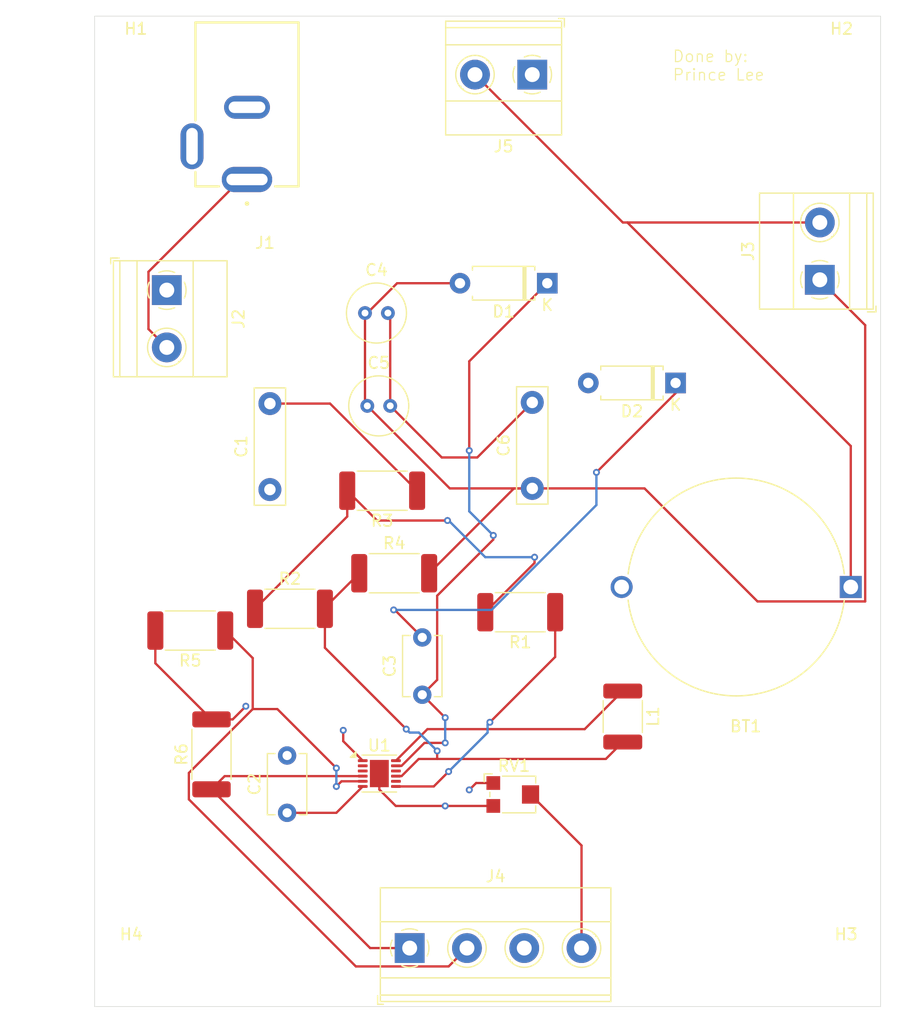
<source format=kicad_pcb>
(kicad_pcb (version 20240108) (generator "pcbnew") (generator_version "8.0")
  (title_block (title "Solar Power Regulator PCB") (date "2024-07-22") (company "Prince Lee Muhera"))
  (layers (0 "F.Cu" signal) (1 "In1.Cu" power "GnD") (2 "In2.Cu" power "PwR") (31 "B.Cu" signal) (34 "B.Paste" user) (35 "F.Paste" user) (36 "B.SilkS" user "B.Silkscreen") (37 "F.SilkS" user "F.Silkscreen") (38 "B.Mask" user) (39 "F.Mask" user) (44 "Edge.Cuts" user))
  (net 0 "")
  (net 1 "+9V")
  (net 2 "GND")
  (net 3 "+3.3V")
  (net 4 "Net-(U1-TIMER)")
  (net 5 "Net-(D1-K)")
  (net 6 "Net-(D2-K)")
  (net 7 "Net-(C4-Pad2)")
  (net 8 "Net-(D1-A)")
  (net 9 "+5V")
  (net 10 "FAULT")
  (net 11 "CHRG")
  (net 12 "SET")
  (net 13 "Net-(U1-SW)")
  (net 14 "Net-(U1-BAT)")
  (net 15 "Net-(R1-Pad2)")
  (net 16 "Net-(U1-V_{FB})")
  (footprint "MountingHole:MountingHole_2.5mm" (layer "F.Cu") (at 89.7 139.8)
    (property "Reference" "H4" (at 0 -3.5 0) (layer "F.SilkS"))
    (property "Value" "MountingHole")
    (pad "" np_thru_hole circle (at 0 0) (size 2.5 2.5) (drill 2.5) (layers "*.Cu" "*.Mask"))
  )
  (footprint "Barrel_Jack_DC:GCT_DCJ200-10-A-XX-K_REVA" (layer "F.Cu") (at 99.8 63.9 180)
    (property "Reference" "J1" (at -1.575 -12.075 360) (layer "F.SilkS"))
    (property "Value" "DCJ200-10-A-XX-K_REVA")
    (fp_line (start 4.5 7.15) (end 4.5 -1.4) (stroke (width 0.2)) (layer "F.SilkS"))
    (fp_line (start 4.5 -7.15) (end 4.5 -5.9) (stroke (width 0.2)) (layer "F.SilkS"))
    (fp_line (start 2.45 -7.15) (end 4.5 -7.15) (stroke (width 0.2)) (layer "F.SilkS"))
    (fp_line (start -2.45 -7.15) (end -4.5 -7.15) (stroke (width 0.2)) (layer "F.SilkS"))
    (fp_line (start -4.5 7.15) (end 4.5 7.15) (stroke (width 0.2)) (layer "F.SilkS"))
    (fp_line (start -4.5 7.15) (end -4.5 -7.15) (stroke (width 0.2)) (layer "F.SilkS"))
    (fp_circle (center 0 -8.65) (end 0.1 -8.65) (stroke (width 0.2)) (fill none) (layer "F.SilkS"))
    (pad "1" thru_hole oval (at 0 -6.55 180) (size 4.4 2.2) (drill oval 3.6 1) (layers "*.Cu" "*.Mask") (net 9 "+5V"))
    (pad "2" thru_hole oval (at 0 -0.25 180) (size 4 2) (drill oval 3.2 1) (layers "*.Cu" "*.Mask") (net 2 "GND"))
    (pad "3" thru_hole oval (at 4.8 -3.65 180) (size 2 4) (drill oval 1 3.2) (layers "*.Cu" "*.Mask") (net 2 "GND"))
  )
  (footprint "Capacitor_THT:C_Radial_D5.0mm_H7.0mm_P2.00mm" (layer "F.Cu") (at 110.1 82.1)
    (property "Reference" "C4" (at 1 -3.75 0) (layer "F.SilkS"))
    (property "Value" "10uF")
    (fp_circle (center 1 0) (end 3.62 0) (stroke (width 0.12)) (fill none) (layer "F.SilkS"))
    (pad "1" thru_hole circle (at 0 0) (size 1.2 1.2) (drill 0.6) (layers "*.Cu" "*.Mask") (net 8 "Net-(D1-A)"))
    (pad "2" thru_hole circle (at 2 0) (size 1.2 1.2) (drill 0.6) (layers "*.Cu" "*.Mask") (net 7 "Net-(C4-Pad2)"))
  )
  (footprint "Package_DFN_QFN:DFN-12-1EP_3x3mm_P0.45mm_EP1.65x2.38mm" (layer "F.Cu") (at 111.35 122.275)
    (property "Reference" "U1" (at 0 -2.45 0) (layer "F.SilkS"))
    (property "Value" "LT3652EDD")
    (fp_line (start -1.5 -1.61) (end 1.5 -1.61) (stroke (width 0.12)) (layer "F.SilkS"))
    (fp_line (start -1.5 1.61) (end 1.5 1.61) (stroke (width 0.12)) (layer "F.SilkS"))
    (fp_poly (pts (xy -2.05 -1.42) (xy -2.53 -1.42) (xy -2.05 -1.9) (xy -2.05 -1.42)) (stroke (width 0.12)) (fill solid) (layer "F.SilkS"))
    (pad "1" smd roundrect (at -1.45 -1.125) (size 0.85 0.25) (layers "F.Cu" "F.Paste" "F.Mask") (net 3 "+3.3V"))
    (pad "2" smd roundrect (at -1.45 -0.675) (size 0.85 0.25) (layers "F.Cu" "F.Paste" "F.Mask"))
    (pad "3" smd roundrect (at -1.45 -0.225) (size 0.85 0.25) (layers "F.Cu" "F.Paste" "F.Mask"))
    (pad "4" smd roundrect (at -1.45 0.225) (size 0.85 0.25) (layers "F.Cu" "F.Paste" "F.Mask") (net 11 "CHRG"))
    (pad "5" smd roundrect (at -1.45 0.675) (size 0.85 0.25) (layers "F.Cu" "F.Paste" "F.Mask") (net 10 "FAULT"))
    (pad "6" smd roundrect (at -1.45 1.125) (size 0.85 0.25) (layers "F.Cu" "F.Paste" "F.Mask") (net 4 "Net-(U1-TIMER)"))
    (pad "7" smd roundrect (at 1.45 1.125) (size 0.85 0.25) (layers "F.Cu" "F.Paste" "F.Mask") (net 16 "Net-(U1-V_{FB})"))
    (pad "8" smd roundrect (at 1.45 0.675) (size 0.85 0.25) (layers "F.Cu" "F.Paste" "F.Mask"))
    (pad "9" smd roundrect (at 1.45 0.225) (size 0.85 0.25) (layers "F.Cu" "F.Paste" "F.Mask") (net 14 "Net-(U1-BAT)"))
    (pad "10" smd roundrect (at 1.45 -0.225) (size 0.85 0.25) (layers "F.Cu" "F.Paste" "F.Mask"))
    (pad "11" smd roundrect (at 1.45 -0.675) (size 0.85 0.25) (layers "F.Cu" "F.Paste" "F.Mask") (net 5 "Net-(D1-K)"))
    (pad "12" smd roundrect (at 1.45 -1.125) (size 0.85 0.25) (layers "F.Cu" "F.Paste" "F.Mask") (net 13 "Net-(U1-SW)"))
    (pad "13" smd rect (at 0 0) (size 1.65 2.38) (property pad_prop_heatsink) (layers "F.Cu" "F.Mask") (net 2 "GND"))
  )
  (footprint "Inductor_SMD:L_1812_4532Metric_Pad1.30x3.40mm_HandSolder" (layer "F.Cu") (at 132.6 117.3 -90)
    (property "Reference" "L1" (at 0 -2.65 90) (layer "F.SilkS"))
    (property "Value" "68uH")
    (fp_line (start -1.386252 1.71) (end 1.386252 1.71) (stroke (width 0.12)) (layer "F.SilkS"))
    (fp_line (start -1.386252 -1.71) (end 1.386252 -1.71) (stroke (width 0.12)) (layer "F.SilkS"))
    (pad "1" smd roundrect (at -2.225 0 270) (size 1.3 3.4) (layers "F.Cu" "F.Paste" "F.Mask") (roundrect_rratio 0.192308) (net 13 "Net-(U1-SW)"))
    (pad "2" smd roundrect (at 2.225 0 270) (size 1.3 3.4) (layers "F.Cu" "F.Paste" "F.Mask") (roundrect_rratio 0.192308) (net 14 "Net-(U1-BAT)"))
  )
  (footprint "Resistor_SMD:R_2512_6332Metric_Pad1.40x3.35mm_HandSolder" (layer "F.Cu") (at 112.65 104.8)
    (property "Reference" "R4" (at 0 -2.62 0) (layer "F.SilkS"))
    (property "Value" "0.066")
    (fp_line (start -2.177064 -1.71) (end 2.177064 -1.71) (stroke (width 0.12)) (layer "F.SilkS"))
    (fp_line (start -2.177064 1.71) (end 2.177064 1.71) (stroke (width 0.12)) (layer "F.SilkS"))
    (pad "1" smd roundrect (at -3.05 0) (size 1.4 3.35) (layers "F.Cu" "F.Paste" "F.Mask") (roundrect_rratio 0.178571) (net 14 "Net-(U1-BAT)"))
    (pad "2" smd roundrect (at 3.05 0) (size 1.4 3.35) (layers "F.Cu" "F.Paste" "F.Mask") (roundrect_rratio 0.178571) (net 8 "Net-(D1-A)"))
  )
  (footprint "Resistor_SMD:R_2512_6332Metric_Pad1.40x3.35mm_HandSolder" (layer "F.Cu") (at 94.85 109.8 180)
    (property "Reference" "R5" (at 0 -2.62 360) (layer "F.SilkS"))
    (property "Value" "10k")
    (fp_line (start -2.177064 1.71) (end 2.177064 1.71) (stroke (width 0.12)) (layer "F.SilkS"))
    (fp_line (start -2.177064 -1.71) (end 2.177064 -1.71) (stroke (width 0.12)) (layer "F.SilkS"))
    (pad "1" smd roundrect (at -3.05 0 180) (size 1.4 3.35) (layers "F.Cu" "F.Paste" "F.Mask") (roundrect_rratio 0.178571) (net 10 "FAULT"))
    (pad "2" smd roundrect (at 3.05 0 180) (size 1.4 3.35) (layers "F.Cu" "F.Paste" "F.Mask") (roundrect_rratio 0.178571) (net 3 "+3.3V"))
  )
  (footprint "TerminalBlock_Phoenix:TerminalBlock_Phoenix_MKDS-1,5-4_1x04_P5.00mm_Horizontal" (layer "F.Cu") (at 114 137.5)
    (property "Reference" "J4" (at 7.5 -6.26 0) (layer "F.SilkS"))
    (property "Value" "Screw_Terminal_01x04")
    (fp_line (start -2.8 4.16) (end -2.8 4.9) (stroke (width 0.12)) (layer "F.SilkS"))
    (fp_line (start -2.8 4.9) (end -2.3 4.9) (stroke (width 0.12)) (layer "F.SilkS"))
    (fp_line (start -2.56 -5.261) (end -2.56 4.66) (stroke (width 0.12)) (layer "F.SilkS"))
    (fp_line (start -2.56 -5.261) (end 17.561 -5.261) (stroke (width 0.12)) (layer "F.SilkS"))
    (fp_line (start -2.56 -2.301) (end 17.561 -2.301) (stroke (width 0.12)) (layer "F.SilkS"))
    (fp_line (start -2.56 2.6) (end 17.561 2.6) (stroke (width 0.12)) (layer "F.SilkS"))
    (fp_line (start -2.56 4.1) (end 17.561 4.1) (stroke (width 0.12)) (layer "F.SilkS"))
    (fp_line (start -2.56 4.66) (end 17.561 4.66) (stroke (width 0.12)) (layer "F.SilkS"))
    (fp_line (start 3.773 1.023) (end 3.726 1.069) (stroke (width 0.12)) (layer "F.SilkS"))
    (fp_line (start 3.966 1.239) (end 3.931 1.274) (stroke (width 0.12)) (layer "F.SilkS"))
    (fp_line (start 6.07 -1.275) (end 6.035 -1.239) (stroke (width 0.12)) (layer "F.SilkS"))
    (fp_line (start 6.275 -1.069) (end 6.228 -1.023) (stroke (width 0.12)) (layer "F.SilkS"))
    (fp_line (start 8.773 1.023) (end 8.726 1.069) (stroke (width 0.12)) (layer "F.SilkS"))
    (fp_line (start 8.966 1.239) (end 8.931 1.274) (stroke (width 0.12)) (layer "F.SilkS"))
    (fp_line (start 11.07 -1.275) (end 11.035 -1.239) (stroke (width 0.12)) (layer "F.SilkS"))
    (fp_line (start 11.275 -1.069) (end 11.228 -1.023) (stroke (width 0.12)) (layer "F.SilkS"))
    (fp_line (start 13.773 1.023) (end 13.726 1.069) (stroke (width 0.12)) (layer "F.SilkS"))
    (fp_line (start 13.966 1.239) (end 13.931 1.274) (stroke (width 0.12)) (layer "F.SilkS"))
    (fp_line (start 16.07 -1.275) (end 16.035 -1.239) (stroke (width 0.12)) (layer "F.SilkS"))
    (fp_line (start 16.275 -1.069) (end 16.228 -1.023) (stroke (width 0.12)) (layer "F.SilkS"))
    (fp_line (start 17.561 -5.261) (end 17.561 4.66) (stroke (width 0.12)) (layer "F.SilkS"))
    (fp_arc (start -1.535427 0.683042) (mid -1.680501 -0.000524) (end -1.535 -0.684) (stroke (width 0.12)) (layer "F.SilkS"))
    (fp_arc (start -0.683042 -1.535427) (mid 0.000524 -1.680501) (end 0.684 -1.535) (stroke (width 0.12)) (layer "F.SilkS"))
    (fp_arc (start 0.028805 1.680253) (mid -0.335551 1.646659) (end -0.684 1.535) (stroke (width 0.12)) (layer "F.SilkS"))
    (fp_arc (start 0.683318 1.534756) (mid 0.349292 1.643288) (end 0 1.68) (stroke (width 0.12)) (layer "F.SilkS"))
    (fp_arc (start 1.535427 -0.683042) (mid 1.680501 0.000524) (end 1.535 0.684) (stroke (width 0.12)) (layer "F.SilkS"))
    (fp_circle (center 5 0) (end 6.68 0) (stroke (width 0.12)) (fill none) (layer "F.SilkS"))
    (fp_circle (center 10 0) (end 11.68 0) (stroke (width 0.12)) (fill none) (layer "F.SilkS"))
    (fp_circle (center 15 0) (end 16.68 0) (stroke (width 0.12)) (fill none) (layer "F.SilkS"))
    (pad "1" thru_hole rect (at 0 0) (size 2.6 2.6) (drill 1.3) (layers "*.Cu" "*.Mask") (net 11 "CHRG"))
    (pad "2" thru_hole circle (at 5 0) (size 2.6 2.6) (drill 1.3) (layers "*.Cu" "*.Mask") (net 10 "FAULT"))
    (pad "3" thru_hole circle (at 10 0) (size 2.6 2.6) (drill 1.3) (layers "*.Cu" "*.Mask") (net 2 "GND"))
    (pad "4" thru_hole circle (at 15 0) (size 2.6 2.6) (drill 1.3) (layers "*.Cu" "*.Mask") (net 12 "SET"))
  )
  (footprint "Capacitor_THT:C_Rect_L10.0mm_W2.5mm_P7.50mm_MKS4" (layer "F.Cu") (at 101.8 97.5 90)
    (property "Reference" "C1" (at 3.75 -2.5 90) (layer "F.SilkS"))
    (property "Value" "10uF")
    (fp_line (start 8.87 -1.37) (end 8.87 1.37) (stroke (width 0.12)) (layer "F.SilkS"))
    (fp_line (start -1.37 -1.37) (end 8.87 -1.37) (stroke (width 0.12)) (layer "F.SilkS"))
    (fp_line (start -1.37 -1.37) (end -1.37 1.37) (stroke (width 0.12)) (layer "F.SilkS"))
    (fp_line (start -1.37 1.37) (end 8.87 1.37) (stroke (width 0.12)) (layer "F.SilkS"))
    (pad "1" thru_hole circle (at 0 0 90) (size 2 2) (drill 1) (layers "*.Cu" "*.Mask") (net 3 "+3.3V"))
    (pad "2" thru_hole circle (at 7.5 0 90) (size 2 2) (drill 1) (layers "*.Cu" "*.Mask") (net 2 "GND"))
  )
  (footprint "Battery_Cell_Panasonic:CAPRD2000W100L650D1900" (layer "F.Cu") (at 142.5 106 180)
    (property "Reference" "BT1" (at -0.82592 -12.1484 0) (layer "F.SilkS") (effects (font (size 1.001102 1.001102))))
    (property "Value" "EECRG0V105H")
    (fp_arc (start 9.432 1.15) (mid 6.297766 7.111733) (end 0 9.5) (stroke (width 0.127)) (layer "F.SilkS"))
    (fp_arc (start 0 9.5) (mid -6.297766 7.111733) (end -9.432 1.15) (stroke (width 0.127)) (layer "F.SilkS"))
    (fp_arc (start 0 -9.5) (mid 6.297766 -7.111733) (end 9.432 -1.15) (stroke (width 0.127)) (layer "F.SilkS"))
    (fp_arc (start -9.432 -1.15) (mid -6.297766 -7.111733) (end 0 -9.5) (stroke (width 0.127)) (layer "F.SilkS"))
    (pad "1" thru_hole rect (at -10 0 180) (size 1.92 1.92) (drill 1.28) (layers "*.Cu" "*.Mask") (net 1 "+9V"))
    (pad "2" thru_hole circle (at 10 0 180) (size 1.92 1.92) (drill 1.28) (layers "*.Cu" "*.Mask") (net 2 "GND"))
  )
  (footprint "Capacitor_THT:C_Rect_L10.0mm_W2.5mm_P7.50mm_MKS4" (layer "F.Cu") (at 124.7 97.4 90)
    (property "Reference" "C6" (at 3.75 -2.5 90) (layer "F.SilkS"))
    (property "Value" "47uF")
    (fp_line (start 8.87 -1.37) (end 8.87 1.37) (stroke (width 0.12)) (layer "F.SilkS"))
    (fp_line (start -1.37 -1.37) (end 8.87 -1.37) (stroke (width 0.12)) (layer "F.SilkS"))
    (fp_line (start -1.37 -1.37) (end -1.37 1.37) (stroke (width 0.12)) (layer "F.SilkS"))
    (fp_line (start -1.37 1.37) (end 8.87 1.37) (stroke (width 0.12)) (layer "F.SilkS"))
    (pad "1" thru_hole circle (at 0 0 90) (size 2 2) (drill 1) (layers "*.Cu" "*.Mask") (net 8 "Net-(D1-A)"))
    (pad "2" thru_hole circle (at 7.5 0 90) (size 2 2) (drill 1) (layers "*.Cu" "*.Mask") (net 7 "Net-(C4-Pad2)"))
  )
  (footprint "MountingHole:MountingHole_2.5mm" (layer "F.Cu") (at 151.7 60.8)
    (property "Reference" "H2" (at 0 -3.5 0) (layer "F.SilkS"))
    (property "Value" "MountingHole")
    (pad "" np_thru_hole circle (at 0 0) (size 2.5 2.5) (drill 2.5) (layers "*.Cu" "*.Mask"))
  )
  (footprint "Diode_THT:D_A-405_P7.62mm_Horizontal" (layer "F.Cu") (at 137.21 88.2 180)
    (property "Reference" "D2" (at 3.81 -2.47 360) (layer "F.SilkS"))
    (property "Value" "Diode")
    (fp_line (start 6.53 1.47) (end 6.53 1.14) (stroke (width 0.12)) (layer "F.SilkS"))
    (fp_line (start 6.53 -1.47) (end 6.53 -1.14) (stroke (width 0.12)) (layer "F.SilkS"))
    (fp_line (start 2.11 -1.47) (end 2.11 1.47) (stroke (width 0.12)) (layer "F.SilkS"))
    (fp_line (start 1.99 -1.47) (end 1.99 1.47) (stroke (width 0.12)) (layer "F.SilkS"))
    (fp_line (start 1.87 -1.47) (end 1.87 1.47) (stroke (width 0.12)) (layer "F.SilkS"))
    (fp_line (start 1.09 1.47) (end 6.53 1.47) (stroke (width 0.12)) (layer "F.SilkS"))
    (fp_line (start 1.09 1.14) (end 1.09 1.47) (stroke (width 0.12)) (layer "F.SilkS"))
    (fp_line (start 1.09 -1.14) (end 1.09 -1.47) (stroke (width 0.12)) (layer "F.SilkS"))
    (fp_line (start 1.09 -1.47) (end 6.53 -1.47) (stroke (width 0.12)) (layer "F.SilkS"))
    (fp_text user "K" (at 0 -1.9 360) (layer "F.SilkS"))
    (pad "1" thru_hole rect (at 0 0 180) (size 1.8 1.8) (drill 0.9) (layers "*.Cu" "*.Mask") (net 6 "Net-(D2-K)"))
    (pad "2" thru_hole oval (at 7.62 0 180) (size 1.8 1.8) (drill 0.9) (layers "*.Cu" "*.Mask") (net 2 "GND"))
  )
  (footprint "Resistor_SMD:R_2512_6332Metric_Pad1.40x3.35mm_HandSolder" (layer "F.Cu") (at 111.6 97.6 180)
    (property "Reference" "R3" (at 0 -2.62 360) (layer "F.SilkS"))
    (property "Value" "220k")
    (fp_line (start -2.177064 1.71) (end 2.177064 1.71) (stroke (width 0.12)) (layer "F.SilkS"))
    (fp_line (start -2.177064 -1.71) (end 2.177064 -1.71) (stroke (width 0.12)) (layer "F.SilkS"))
    (pad "1" smd roundrect (at -3.05 0 180) (size 1.4 3.35) (layers "F.Cu" "F.Paste" "F.Mask") (roundrect_rratio 0.178571) (net 2 "GND"))
    (pad "2" smd roundrect (at 3.05 0 180) (size 1.4 3.35) (layers "F.Cu" "F.Paste" "F.Mask") (roundrect_rratio 0.178571) (net 15 "Net-(R1-Pad2)"))
  )
  (footprint "TerminalBlock_Phoenix:TerminalBlock_Phoenix_MKDS-1,5-2_1x02_P5.00mm_Horizontal" (layer "F.Cu") (at 124.7 61.3 180)
    (property "Reference" "J5" (at 2.5 -6.26 360) (layer "F.SilkS"))
    (property "Value" "Screw_Terminal_01x02")
    (fp_line (start 7.56 -5.261) (end 7.56 4.66) (stroke (width 0.12)) (layer "F.SilkS"))
    (fp_line (start 6.275 -1.069) (end 6.228 -1.023) (stroke (width 0.12)) (layer "F.SilkS"))
    (fp_line (start 6.07 -1.275) (end 6.035 -1.239) (stroke (width 0.12)) (layer "F.SilkS"))
    (fp_line (start 3.966 1.239) (end 3.931 1.274) (stroke (width 0.12)) (layer "F.SilkS"))
    (fp_line (start 3.773 1.023) (end 3.726 1.069) (stroke (width 0.12)) (layer "F.SilkS"))
    (fp_line (start -2.56 4.66) (end 7.56 4.66) (stroke (width 0.12)) (layer "F.SilkS"))
    (fp_line (start -2.56 4.1) (end 7.56 4.1) (stroke (width 0.12)) (layer "F.SilkS"))
    (fp_line (start -2.56 2.6) (end 7.56 2.6) (stroke (width 0.12)) (layer "F.SilkS"))
    (fp_line (start -2.56 -2.301) (end 7.56 -2.301) (stroke (width 0.12)) (layer "F.SilkS"))
    (fp_line (start -2.56 -5.261) (end 7.56 -5.261) (stroke (width 0.12)) (layer "F.SilkS"))
    (fp_line (start -2.56 -5.261) (end -2.56 4.66) (stroke (width 0.12)) (layer "F.SilkS"))
    (fp_line (start -2.8 4.9) (end -2.3 4.9) (stroke (width 0.12)) (layer "F.SilkS"))
    (fp_line (start -2.8 4.16) (end -2.8 4.9) (stroke (width 0.12)) (layer "F.SilkS"))
    (fp_arc (start 1.535427 -0.683042) (mid 1.680501 0.000524) (end 1.535 0.684) (stroke (width 0.12)) (layer "F.SilkS"))
    (fp_arc (start 0.683318 1.534756) (mid 0.349292 1.643288) (end 0 1.68) (stroke (width 0.12)) (layer "F.SilkS"))
    (fp_arc (start 0.028805 1.680253) (mid -0.335551 1.646659) (end -0.684 1.535) (stroke (width 0.12)) (layer "F.SilkS"))
    (fp_arc (start -0.683042 -1.535427) (mid 0.000524 -1.680501) (end 0.684 -1.535) (stroke (width 0.12)) (layer "F.SilkS"))
    (fp_arc (start -1.535427 0.683042) (mid -1.680501 -0.000524) (end -1.535 -0.684) (stroke (width 0.12)) (layer "F.SilkS"))
    (fp_circle (center 5 0) (end 6.68 0) (stroke (width 0.12)) (fill none) (layer "F.SilkS"))
    (pad "1" thru_hole rect (at 0 0 180) (size 2.6 2.6) (drill 1.3) (layers "*.Cu" "*.Mask") (net 2 "GND"))
    (pad "2" thru_hole circle (at 5 0 180) (size 2.6 2.6) (drill 1.3) (layers "*.Cu" "*.Mask") (net 1 "+9V"))
  )
  (footprint "Resistor_SMD:R_2512_6332Metric_Pad1.40x3.35mm_HandSolder" (layer "F.Cu") (at 123.65 108.2 180)
    (property "Reference" "R1" (at 0 -2.62 180) (layer "F.SilkS"))
    (property "Value" "220k")
    (fp_line (start -2.177064 1.71) (end 2.177064 1.71) (stroke (width 0.12)) (layer "F.SilkS"))
    (fp_line (start -2.177064 -1.71) (end 2.177064 -1.71) (stroke (width 0.12)) (layer "F.SilkS"))
    (pad "1" smd roundrect (at -3.05 0 180) (size 1.4 3.35) (layers "F.Cu" "F.Paste" "F.Mask") (roundrect_rratio 0.178571) (net 16 "Net-(U1-V_{FB})"))
    (pad "2" smd roundrect (at 3.05 0 180) (size 1.4 3.35) (layers "F.Cu" "F.Paste" "F.Mask") (roundrect_rratio 0.178571) (net 15 "Net-(R1-Pad2)"))
  )
  (footprint "Resistor_SMD:R_2512_6332Metric_Pad1.40x3.35mm_HandSolder" (layer "F.Cu") (at 96.7 120.6 90)
    (property "Reference" "R6" (at 0 -2.62 90) (layer "F.SilkS"))
    (property "Value" "10k")
    (fp_line (start -2.177064 -1.71) (end 2.177064 -1.71) (stroke (width 0.12)) (layer "F.SilkS"))
    (fp_line (start -2.177064 1.71) (end 2.177064 1.71) (stroke (width 0.12)) (layer "F.SilkS"))
    (pad "1" smd roundrect (at -3.05 0 90) (size 1.4 3.35) (layers "F.Cu" "F.Paste" "F.Mask") (roundrect_rratio 0.178571) (net 11 "CHRG"))
    (pad "2" smd roundrect (at 3.05 0 90) (size 1.4 3.35) (layers "F.Cu" "F.Paste" "F.Mask") (roundrect_rratio 0.178571) (net 3 "+3.3V"))
  )
  (footprint "TerminalBlock_Phoenix:TerminalBlock_Phoenix_MKDS-1,5-2_1x02_P5.00mm_Horizontal" (layer "F.Cu") (at 149.8 79.2 90)
    (property "Reference" "J3" (at 2.5 -6.26 90) (layer "F.SilkS"))
    (property "Value" "Screw_Terminal_01x02")
    (fp_line (start 7.56 -5.261) (end 7.56 4.66) (stroke (width 0.12)) (layer "F.SilkS"))
    (fp_line (start -2.56 -5.261) (end 7.56 -5.261) (stroke (width 0.12)) (layer "F.SilkS"))
    (fp_line (start -2.56 -5.261) (end -2.56 4.66) (stroke (width 0.12)) (layer "F.SilkS"))
    (fp_line (start -2.56 -2.301) (end 7.56 -2.301) (stroke (width 0.12)) (layer "F.SilkS"))
    (fp_line (start 6.07 -1.275) (end 6.035 -1.239) (stroke (width 0.12)) (layer "F.SilkS"))
    (fp_line (start 6.275 -1.069) (end 6.228 -1.023) (stroke (width 0.12)) (layer "F.SilkS"))
    (fp_line (start 3.773 1.023) (end 3.726 1.069) (stroke (width 0.12)) (layer "F.SilkS"))
    (fp_line (start 3.966 1.239) (end 3.931 1.274) (stroke (width 0.12)) (layer "F.SilkS"))
    (fp_line (start -2.56 2.6) (end 7.56 2.6) (stroke (width 0.12)) (layer "F.SilkS"))
    (fp_line (start -2.56 4.1) (end 7.56 4.1) (stroke (width 0.12)) (layer "F.SilkS"))
    (fp_line (start -2.8 4.16) (end -2.8 4.9) (stroke (width 0.12)) (layer "F.SilkS"))
    (fp_line (start -2.56 4.66) (end 7.56 4.66) (stroke (width 0.12)) (layer "F.SilkS"))
    (fp_line (start -2.8 4.9) (end -2.3 4.9) (stroke (width 0.12)) (layer "F.SilkS"))
    (fp_arc (start -0.683042 -1.535427) (mid 0.000524 -1.680501) (end 0.684 -1.535) (stroke (width 0.12)) (layer "F.SilkS"))
    (fp_arc (start 1.535427 -0.683042) (mid 1.680501 0.000524) (end 1.535 0.684) (stroke (width 0.12)) (layer "F.SilkS"))
    (fp_arc (start -1.535427 0.683042) (mid -1.680501 -0.000524) (end -1.535 -0.684) (stroke (width 0.12)) (layer "F.SilkS"))
    (fp_arc (start 0.683318 1.534756) (mid 0.349292 1.643288) (end 0 1.68) (stroke (width 0.12)) (layer "F.SilkS"))
    (fp_arc (start 0.028805 1.680253) (mid -0.335551 1.646659) (end -0.684 1.535) (stroke (width 0.12)) (layer "F.SilkS"))
    (fp_circle (center 5 0) (end 6.68 0) (stroke (width 0.12)) (fill none) (layer "F.SilkS"))
    (pad "1" thru_hole rect (at 0 0 90) (size 2.6 2.6) (drill 1.3) (layers "*.Cu" "*.Mask") (net 8 "Net-(D1-A)"))
    (pad "2" thru_hole circle (at 5 0 90) (size 2.6 2.6) (drill 1.3) (layers "*.Cu" "*.Mask") (net 1 "+9V"))
  )
  (footprint "Diode_THT:D_A-405_P7.62mm_Horizontal" (layer "F.Cu") (at 126.01 79.5 180)
    (property "Reference" "D1" (at 3.81 -2.47 360) (layer "F.SilkS"))
    (property "Value" "Diode")
    (fp_line (start 6.53 1.47) (end 6.53 1.14) (stroke (width 0.12)) (layer "F.SilkS"))
    (fp_line (start 6.53 -1.47) (end 6.53 -1.14) (stroke (width 0.12)) (layer "F.SilkS"))
    (fp_line (start 2.11 -1.47) (end 2.11 1.47) (stroke (width 0.12)) (layer "F.SilkS"))
    (fp_line (start 1.99 -1.47) (end 1.99 1.47) (stroke (width 0.12)) (layer "F.SilkS"))
    (fp_line (start 1.87 -1.47) (end 1.87 1.47) (stroke (width 0.12)) (layer "F.SilkS"))
    (fp_line (start 1.09 1.47) (end 6.53 1.47) (stroke (width 0.12)) (layer "F.SilkS"))
    (fp_line (start 1.09 1.14) (end 1.09 1.47) (stroke (width 0.12)) (layer "F.SilkS"))
    (fp_line (start 1.09 -1.14) (end 1.09 -1.47) (stroke (width 0.12)) (layer "F.SilkS"))
    (fp_line (start 1.09 -1.47) (end 6.53 -1.47) (stroke (width 0.12)) (layer "F.SilkS"))
    (fp_text user "K" (at 0 -1.9 360) (layer "F.SilkS"))
    (pad "1" thru_hole rect (at 0 0 180) (size 1.8 1.8) (drill 0.9) (layers "*.Cu" "*.Mask") (net 5 "Net-(D1-K)"))
    (pad "2" thru_hole oval (at 7.62 0 180) (size 1.8 1.8) (drill 0.9) (layers "*.Cu" "*.Mask") (net 8 "Net-(D1-A)"))
  )
  (footprint "Potentiometer_SMD:Potentiometer_Bourns_TC33X_Vertical" (layer "F.Cu") (at 123.1 124.1)
    (property "Reference" "RV1" (at 0 -2.5 360) (layer "F.SilkS"))
    (property "Value" "10k")
    (fp_line (start -2.6 -1.8) (end -2.6 -1.1) (stroke (width 0.12)) (layer "F.SilkS"))
    (fp_line (start -2.1 -0.2) (end -2.1 0.2) (stroke (width 0.12)) (layer "F.SilkS"))
    (fp_line (start -1.9 -1.8) (end -2.6 -1.8) (stroke (width 0.12)) (layer "F.SilkS"))
    (fp_line (start -1 -1.6) (end 1.9 -1.6) (stroke (width 0.12)) (layer "F.SilkS"))
    (fp_line (start -1 1.6) (end 1.9 1.6) (stroke (width 0.12)) (layer "F.SilkS"))
    (fp_line (start 1.9 -1.6) (end 1.9 -1) (stroke (width 0.12)) (layer "F.SilkS"))
    (fp_line (start 1.9 1.6) (end 1.9 1) (stroke (width 0.12)) (layer "F.SilkS"))
    (pad "1" smd rect (at -1.8 -1) (size 1.2 1.2) (layers "F.Cu" "F.Paste" "F.Mask") (net 3 "+3.3V"))
    (pad "2" smd rect (at 1.45 0) (size 1.5 1.6) (layers "F.Cu" "F.Paste" "F.Mask") (net 12 "SET"))
    (pad "3" smd rect (at -1.8 1) (size 1.2 1.2) (layers "F.Cu" "F.Paste" "F.Mask") (net 2 "GND"))
  )
  (footprint "Resistor_SMD:R_2512_6332Metric_Pad1.40x3.35mm_HandSolder" (layer "F.Cu") (at 103.55 107.9)
    (property "Reference" "R2" (at 0 -2.62 0) (layer "F.SilkS"))
    (property "Value" "47k")
    (fp_line (start -2.177064 -1.71) (end 2.177064 -1.71) (stroke (width 0.12)) (layer "F.SilkS"))
    (fp_line (start -2.177064 1.71) (end 2.177064 1.71) (stroke (width 0.12)) (layer "F.SilkS"))
    (pad "1" smd roundrect (at -3.05 0) (size 1.4 3.35) (layers "F.Cu" "F.Paste" "F.Mask") (roundrect_rratio 0.178571) (net 15 "Net-(R1-Pad2)"))
    (pad "2" smd roundrect (at 3.05 0) (size 1.4 3.35) (layers "F.Cu" "F.Paste" "F.Mask") (roundrect_rratio 0.178571) (net 14 "Net-(U1-BAT)"))
  )
  (footprint "Capacitor_THT:C_Disc_D5.1mm_W3.2mm_P5.00mm" (layer "F.Cu") (at 115.1 115.4 90)
    (property "Reference" "C3" (at 2.5 -2.85 90) (layer "F.SilkS"))
    (property "Value" "10uF")
    (fp_line (start 5.17 -1.721) (end 5.17 -1.055) (stroke (width 0.12)) (layer "F.SilkS"))
    (fp_line (start -0.17 -1.721) (end 5.17 -1.721) (stroke (width 0.12)) (layer "F.SilkS"))
    (fp_line (start -0.17 -1.721) (end -0.17 -1.055) (stroke (width 0.12)) (layer "F.SilkS"))
    (fp_line (start 5.17 1.055) (end 5.17 1.721) (stroke (width 0.12)) (layer "F.SilkS"))
    (fp_line (start -0.17 1.055) (end -0.17 1.721) (stroke (width 0.12)) (layer "F.SilkS"))
    (fp_line (start -0.17 1.721) (end 5.17 1.721) (stroke (width 0.12)) (layer "F.SilkS"))
    (pad "1" thru_hole circle (at 0 0 90) (size 1.6 1.6) (drill 0.8) (layers "*.Cu" "*.Mask") (net 5 "Net-(D1-K)"))
    (pad "2" thru_hole circle (at 5 0 90) (size 1.6 1.6) (drill 0.8) (layers "*.Cu" "*.Mask") (net 6 "Net-(D2-K)"))
  )
  (footprint "TerminalBlock_Phoenix:TerminalBlock_Phoenix_MKDS-1,5-2_1x02_P5.00mm_Horizontal" (layer "F.Cu") (at 92.8 80.1 -90)
    (property "Reference" "J2" (at 2.5 -6.26 90) (layer "F.SilkS"))
    (property "Value" "Screw_Terminal_01x02")
    (fp_line (start -2.8 4.9) (end -2.3 4.9) (stroke (width 0.12)) (layer "F.SilkS"))
    (fp_line (start -2.56 4.66) (end 7.56 4.66) (stroke (width 0.12)) (layer "F.SilkS"))
    (fp_line (start -2.8 4.16) (end -2.8 4.9) (stroke (width 0.12)) (layer "F.SilkS"))
    (fp_line (start -2.56 4.1) (end 7.56 4.1) (stroke (width 0.12)) (layer "F.SilkS"))
    (fp_line (start -2.56 2.6) (end 7.56 2.6) (stroke (width 0.12)) (layer "F.SilkS"))
    (fp_line (start 3.966 1.239) (end 3.931 1.274) (stroke (width 0.12)) (layer "F.SilkS"))
    (fp_line (start 3.773 1.023) (end 3.726 1.069) (stroke (width 0.12)) (layer "F.SilkS"))
    (fp_line (start 6.275 -1.069) (end 6.228 -1.023) (stroke (width 0.12)) (layer "F.SilkS"))
    (fp_line (start 6.07 -1.275) (end 6.035 -1.239) (stroke (width 0.12)) (layer "F.SilkS"))
    (fp_line (start -2.56 -2.301) (end 7.56 -2.301) (stroke (width 0.12)) (layer "F.SilkS"))
    (fp_line (start -2.56 -5.261) (end -2.56 4.66) (stroke (width 0.12)) (layer "F.SilkS"))
    (fp_line (start -2.56 -5.261) (end 7.56 -5.261) (stroke (width 0.12)) (layer "F.SilkS"))
    (fp_line (start 7.56 -5.261) (end 7.56 4.66) (stroke (width 0.12)) (layer "F.SilkS"))
    (fp_arc (start 0.028805 1.680253) (mid -0.335551 1.646659) (end -0.684 1.535) (stroke (width 0.12)) (layer "F.SilkS"))
    (fp_arc (start 0.683318 1.534756) (mid 0.349292 1.643288) (end 0 1.68) (stroke (width 0.12)) (layer "F.SilkS"))
    (fp_arc (start -1.535427 0.683042) (mid -1.680501 -0.000524) (end -1.535 -0.684) (stroke (width 0.12)) (layer "F.SilkS"))
    (fp_arc (start 1.535427 -0.683042) (mid 1.680501 0.000524) (end 1.535 0.684) (stroke (width 0.12)) (layer "F.SilkS"))
    (fp_arc (start -0.683042 -1.535427) (mid 0.000524 -1.680501) (end 0.684 -1.535) (stroke (width 0.12)) (layer "F.SilkS"))
    (fp_circle (center 5 0) (end 6.68 0) (stroke (width 0.12)) (fill none) (layer "F.SilkS"))
    (pad "1" thru_hole rect (at 0 0 270) (size 2.6 2.6) (drill 1.3) (layers "*.Cu" "*.Mask") (net 2 "GND"))
    (pad "2" thru_hole circle (at 5 0 270) (size 2.6 2.6) (drill 1.3) (layers "*.Cu" "*.Mask") (net 9 "+5V"))
  )
  (footprint "Capacitor_THT:C_Disc_D5.1mm_W3.2mm_P5.00mm" (layer "F.Cu") (at 103.3 125.7 90)
    (property "Reference" "C2" (at 2.5 -2.85 90) (layer "F.SilkS"))
    (property "Value" "10uF")
    (fp_line (start 5.17 -1.721) (end 5.17 -1.055) (stroke (width 0.12)) (layer "F.SilkS"))
    (fp_line (start -0.17 -1.721) (end 5.17 -1.721) (stroke (width 0.12)) (layer "F.SilkS"))
    (fp_line (start -0.17 -1.721) (end -0.17 -1.055) (stroke (width 0.12)) (layer "F.SilkS"))
    (fp_line (start 5.17 1.055) (end 5.17 1.721) (stroke (width 0.12)) (layer "F.SilkS"))
    (fp_line (start -0.17 1.055) (end -0.17 1.721) (stroke (width 0.12)) (layer "F.SilkS"))
    (fp_line (start -0.17 1.721) (end 5.17 1.721) (stroke (width 0.12)) (layer "F.SilkS"))
    (pad "1" thru_hole circle (at 0 0 90) (size 1.6 1.6) (drill 0.8) (layers "*.Cu" "*.Mask") (net 4 "Net-(U1-TIMER)"))
    (pad "2" thru_hole circle (at 5 0 90) (size 1.6 1.6) (drill 0.8) (layers "*.Cu" "*.Mask") (net 2 "GND"))
  )
  (footprint "MountingHole:MountingHole_2.5mm" (layer "F.Cu") (at 152.1 139.8)
    (property "Reference" "H3" (at 0 -3.5 0) (layer "F.SilkS"))
    (property "Value" "MountingHole")
    (pad "" np_thru_hole circle (at 0 0) (size 2.5 2.5) (drill 2.5) (layers "*.Cu" "*.Mask"))
  )
  (footprint "Capacitor_THT:C_Radial_D5.0mm_H7.0mm_P2.00mm" (layer "F.Cu") (at 110.3 90.2)
    (property "Reference" "C5" (at 1 -3.75 0) (layer "F.SilkS"))
    (property "Value" "47uF")
    (fp_circle (center 1 0) (end 3.62 0) (stroke (width 0.12)) (fill none) (layer "F.SilkS"))
    (pad "1" thru_hole circle (at 0 0) (size 1.2 1.2) (drill 0.6) (layers "*.Cu" "*.Mask") (net 8 "Net-(D1-A)"))
    (pad "2" thru_hole circle (at 2 0) (size 1.2 1.2) (drill 0.6) (layers "*.Cu" "*.Mask") (net 7 "Net-(C4-Pad2)"))
  )
  (footprint "MountingHole:MountingHole_2.5mm" (layer "F.Cu") (at 90.1 60.8)
    (property "Reference" "H1" (at 0 -3.5 0) (layer "F.SilkS"))
    (property "Value" "MountingHole")
    (pad "" np_thru_hole circle (at 0 0) (size 2.5 2.5) (drill 2.5) (layers "*.Cu" "*.Mask"))
  )
  (gr_line (start 86.5 56.2) (end 86.5 142.6) (stroke (width 0.05)) (layer "Edge.Cuts"))
  (gr_line (start 155.1 56.2) (end 86.5 56.2) (stroke (width 0.05)) (layer "Edge.Cuts"))
  (gr_line (start 155.1 142.6) (end 155.1 56.2) (stroke (width 0.05)) (layer "Edge.Cuts"))
  (gr_line (start 86.5 142.6) (end 155.1 142.6) (stroke (width 0.05)) (layer "Edge.Cuts"))
  (gr_text "Done by: \nPrince Lee" (at 136.9 61.9 0) (layer "F.SilkS") (effects (font (size 1 1) (thickness 0.1)) (justify left bottom)))
  (segment (start 133 74.2) (end 149.8 74.2) (width 0.2) (layer "F.Cu") (net 1))
  (segment (start 152.5 106) (end 152.5 93.7) (width 0.2) (layer "F.Cu") (net 1))
  (segment (start 119.7 61.3) (end 132.6 74.2) (width 0.2) (layer "F.Cu") (net 1))
  (segment (start 132.6 74.2) (end 133 74.2) (width 0.2) (layer "F.Cu") (net 1))
  (segment (start 152.5 93.7) (end 133 74.2) (width 0.2) (layer "F.Cu") (net 1))
  (segment (start 121.3 125.1) (end 117.1 125.1) (width 0.2) (layer "F.Cu") (net 2))
  (segment (start 107.05 90) (end 114.65 97.6) (width 0.2) (layer "F.Cu") (net 2))
  (segment (start 112.785 125.1) (end 111.35 123.665) (width 0.2) (layer "F.Cu") (net 2))
  (segment (start 117.1 125.1) (end 112.785 125.1) (width 0.2) (layer "F.Cu") (net 2))
  (segment (start 111.35 123.665) (end 111.35 122.275) (width 0.2) (layer "F.Cu") (net 2))
  (segment (start 101.8 90) (end 107.05 90) (width 0.2) (layer "F.Cu") (net 2))
  (via (at 117.1 125.1) (size 0.6) (drill 0.3) (layers "F.Cu" "B.Cu") (net 2))
  (segment (start 96.7 117.55) (end 98.55 117.55) (width 0.2) (layer "F.Cu") (net 3))
  (segment (start 119.8 123.1) (end 119.2 123.7) (width 0.2) (layer "F.Cu") (net 3))
  (segment (start 121.3 123.1) (end 119.8 123.1) (width 0.2) (layer "F.Cu") (net 3))
  (segment (start 96.7 117.55) (end 91.8 112.65) (width 0.2) (layer "F.Cu") (net 3))
  (segment (start 98.55 117.55) (end 99.7 116.4) (width 0.2) (layer "F.Cu") (net 3))
  (segment (start 109.9 121.15) (end 108.2 119.45) (width 0.2) (layer "F.Cu") (net 3))
  (segment (start 108.2 119.45) (end 108.2 118.5) (width 0.2) (layer "F.Cu") (net 3))
  (segment (start 91.8 112.65) (end 91.8 109.8) (width 0.2) (layer "F.Cu") (net 3))
  (via (at 99.7 116.4) (size 0.6) (drill 0.3) (layers "F.Cu" "B.Cu") (net 3))
  (via (at 108.2 118.5) (size 0.6) (drill 0.3) (layers "F.Cu" "B.Cu") (net 3))
  (via (at 119.2 123.7) (size 0.6) (drill 0.3) (layers "F.Cu" "B.Cu") (net 3))
  (segment (start 103.3 125.7) (end 107.6 125.7) (width 0.2) (layer "F.Cu") (net 4))
  (segment (start 107.6 125.7) (end 109.9 123.4) (width 0.2) (layer "F.Cu") (net 4))
  (segment (start 116.4 106.759744) (end 116.4 114.1) (width 0.2) (layer "F.Cu") (net 5))
  (segment (start 121.3 101.859744) (end 116.4 106.759744) (width 0.2) (layer "F.Cu") (net 5))
  (segment (start 126.01 79.5) (end 119.2 86.31) (width 0.2) (layer "F.Cu") (net 5))
  (segment (start 115.289386 119.6) (end 113.289386 121.6) (width 0.2) (layer "F.Cu") (net 5))
  (segment (start 119.2 86.31) (end 119.2 94.1) (width 0.2) (layer "F.Cu") (net 5))
  (segment (start 117.1 119.6) (end 115.289386 119.6) (width 0.2) (layer "F.Cu") (net 5))
  (segment (start 116.4 114.1) (end 115.1 115.4) (width 0.2) (layer "F.Cu") (net 5))
  (segment (start 115.1 115.4) (end 117.1 117.4) (width 0.2) (layer "F.Cu") (net 5))
  (segment (start 121.3 101.5) (end 121.3 101.859744) (width 0.2) (layer "F.Cu") (net 5))
  (segment (start 113.289386 121.6) (end 112.8 121.6) (width 0.2) (layer "F.Cu") (net 5))
  (via (at 121.3 101.5) (size 0.6) (drill 0.3) (layers "F.Cu" "B.Cu") (net 5))
  (via (at 117.1 117.4) (size 0.6) (drill 0.3) (layers "F.Cu" "B.Cu") (net 5))
  (via (at 117.1 119.6) (size 0.6) (drill 0.3) (layers "F.Cu" "B.Cu") (net 5))
  (via (at 119.2 94.1) (size 0.6) (drill 0.3) (layers "F.Cu" "B.Cu") (net 5))
  (segment (start 117.1 117.4) (end 117.1 119.6) (width 0.2) (layer "B.Cu") (net 5))
  (segment (start 119.2 94.1) (end 119.2 99.4) (width 0.2) (layer "B.Cu") (net 5))
  (segment (start 119.2 99.4) (end 121.3 101.5) (width 0.2) (layer "B.Cu") (net 5))
  (segment (start 112.6 108) (end 112.7 108) (width 0.2) (layer "F.Cu") (net 6))
  (segment (start 137.21 88.2) (end 137.21 89.09) (width 0.2) (layer "F.Cu") (net 6))
  (segment (start 112.7 108) (end 115.1 110.4) (width 0.2) (layer "F.Cu") (net 6))
  (segment (start 137.21 89.09) (end 130.3 96) (width 0.2) (layer "F.Cu") (net 6))
  (via (at 130.3 96) (size 0.6) (drill 0.3) (layers "F.Cu" "B.Cu") (net 6))
  (via (at 112.6 108) (size 0.6) (drill 0.3) (layers "F.Cu" "B.Cu") (net 6))
  (segment (start 130.3 98.848529) (end 121.148529 108) (width 0.2) (layer "B.Cu") (net 6))
  (segment (start 121.148529 108) (end 112.6 108) (width 0.2) (layer "B.Cu") (net 6))
  (segment (start 130.3 96) (end 130.3 98.848529) (width 0.2) (layer "B.Cu") (net 6))
  (segment (start 112.3 90.2) (end 116.8 94.7) (width 0.2) (layer "F.Cu") (net 7))
  (segment (start 116.8 94.7) (end 119.9 94.7) (width 0.2) (layer "F.Cu") (net 7))
  (segment (start 112.3 82.3) (end 112.1 82.1) (width 0.2) (layer "F.Cu") (net 7))
  (segment (start 112.3 90.2) (end 112.3 82.3) (width 0.2) (layer "F.Cu") (net 7))
  (segment (start 119.9 94.7) (end 124.7 89.9) (width 0.2) (layer "F.Cu") (net 7))
  (segment (start 110.1 82.1) (end 110.1 90) (width 0.2) (layer "F.Cu") (net 8))
  (segment (start 124.7 97.4) (end 134.5 97.4) (width 0.2) (layer "F.Cu") (net 8))
  (segment (start 112.9 79.5) (end 118.39 79.5) (width 0.2) (layer "F.Cu") (net 8))
  (segment (start 153.76 107.26) (end 153.76 83.16) (width 0.2) (layer "F.Cu") (net 8))
  (segment (start 144.36 107.26) (end 153.76 107.26) (width 0.2) (layer "F.Cu") (net 8))
  (segment (start 124.7 97.4) (end 117.5 97.4) (width 0.2) (layer "F.Cu") (net 8))
  (segment (start 115.7 104.8) (end 123.1 97.4) (width 0.2) (layer "F.Cu") (net 8))
  (segment (start 110.3 82.1) (end 112.9 79.5) (width 0.2) (layer "F.Cu") (net 8))
  (segment (start 153.76 83.16) (end 149.8 79.2) (width 0.2) (layer "F.Cu") (net 8))
  (segment (start 134.5 97.4) (end 144.36 107.26) (width 0.2) (layer "F.Cu") (net 8))
  (segment (start 117.5 97.4) (end 110.3 90.2) (width 0.2) (layer "F.Cu") (net 8))
  (segment (start 110.1 82.1) (end 110.3 82.1) (width 0.2) (layer "F.Cu") (net 8))
  (segment (start 123.1 97.4) (end 124.7 97.4) (width 0.2) (layer "F.Cu") (net 8))
  (segment (start 110.1 90) (end 110.3 90.2) (width 0.2) (layer "F.Cu") (net 8))
  (segment (start 91.2 78.5) (end 99.25 70.45) (width 0.2) (layer "F.Cu") (net 9))
  (segment (start 92.8 85.1) (end 91.2 83.5) (width 0.2) (layer "F.Cu") (net 9))
  (segment (start 91.2 83.5) (end 91.2 78.5) (width 0.2) (layer "F.Cu") (net 9))
  (segment (start 99.25 70.45) (end 99.8 70.45) (width 0.2) (layer "F.Cu") (net 9))
  (segment (start 100.3 116.648529) (end 100.3 112.2) (width 0.2) (layer "F.Cu") (net 10))
  (segment (start 108.05 122.95) (end 109.9 122.95) (width 0.2) (layer "F.Cu") (net 10))
  (segment (start 109.3 139.1) (end 94.725 124.525) (width 0.2) (layer "F.Cu") (net 10))
  (segment (start 119 137.5) (end 117.4 139.1) (width 0.2) (layer "F.Cu") (net 10))
  (segment (start 100.3 112.2) (end 97.9 109.8) (width 0.2) (layer "F.Cu") (net 10))
  (segment (start 102.448529 116.648529) (end 107.6 121.8) (width 0.2) (layer "F.Cu") (net 10))
  (segment (start 100.3 116.648529) (end 102.448529 116.648529) (width 0.2) (layer "F.Cu") (net 10))
  (segment (start 117.4 139.1) (end 109.3 139.1) (width 0.2) (layer "F.Cu") (net 10))
  (segment (start 94.725 122.223529) (end 100.3 116.648529) (width 0.2) (layer "F.Cu") (net 10))
  (segment (start 107.6 123.4) (end 108.05 122.95) (width 0.2) (layer "F.Cu") (net 10))
  (segment (start 94.725 124.525) (end 94.725 122.223529) (width 0.2) (layer "F.Cu") (net 10))
  (via (at 107.6 123.4) (size 0.6) (drill 0.3) (layers "F.Cu" "B.Cu") (net 10))
  (via (at 107.6 121.8) (size 0.6) (drill 0.3) (layers "F.Cu" "B.Cu") (net 10))
  (segment (start 107.6 121.8) (end 107.6 123.4) (width 0.2) (layer "B.Cu") (net 10))
  (segment (start 114 137.5) (end 110.55 137.5) (width 0.2) (layer "F.Cu") (net 11))
  (segment (start 110.55 137.5) (end 96.7 123.65) (width 0.2) (layer "F.Cu") (net 11))
  (segment (start 109.9 122.5) (end 97.85 122.5) (width 0.2) (layer "F.Cu") (net 11))
  (segment (start 97.85 122.5) (end 96.7 123.65) (width 0.2) (layer "F.Cu") (net 11))
  (segment (start 129 128.55) (end 124.55 124.1) (width 0.2) (layer "F.Cu") (net 12))
  (segment (start 129 137.5) (end 129 128.55) (width 0.2) (layer "F.Cu") (net 12))
  (segment (start 129.275 118.4) (end 132.6 115.075) (width 0.2) (layer "F.Cu") (net 13))
  (segment (start 112.8 121.15) (end 115.55 118.4) (width 0.2) (layer "F.Cu") (net 13))
  (segment (start 115.55 118.4) (end 129.275 118.4) (width 0.2) (layer "F.Cu") (net 13))
  (segment (start 106.6 111.3) (end 113.7 118.4) (width 0.2) (layer "F.Cu") (net 14))
  (segment (start 131.125 121) (end 116.4 121) (width 0.2) (layer "F.Cu") (net 14))
  (segment (start 116.4 121) (end 114.789386 121) (width 0.2) (layer "F.Cu") (net 14))
  (segment (start 106.6 107.9) (end 106.6 111.3) (width 0.2) (layer "F.Cu") (net 14))
  (segment (start 132.6 119.525) (end 131.125 121) (width 0.2) (layer "F.Cu") (net 14))
  (segment (start 109.6 104.8) (end 106.6 107.8) (width 0.2) (layer "F.Cu") (net 14))
  (segment (start 116.4 120.3) (end 116.4 121) (width 0.2) (layer "F.Cu") (net 14))
  (segment (start 114.789386 121) (end 113.289386 122.5) (width 0.2) (layer "F.Cu") (net 14))
  (segment (start 113.289386 122.5) (end 112.8 122.5) (width 0.2) (layer "F.Cu") (net 14))
  (segment (start 106.6 107.8) (end 106.6 107.9) (width 0.2) (layer "F.Cu") (net 14))
  (via (at 116.4 120.3) (size 0.6) (drill 0.3) (layers "F.Cu" "B.Cu") (net 14))
  (via (at 113.7 118.4) (size 0.6) (drill 0.3) (layers "F.Cu" "B.Cu") (net 14))
  (segment (start 114.8 118.7) (end 116.4 120.3) (width 0.2) (layer "B.Cu") (net 14))
  (segment (start 114 118.7) (end 114.8 118.7) (width 0.2) (layer "B.Cu") (net 14))
  (segment (start 113.7 118.4) (end 114 118.7) (width 0.2) (layer "B.Cu") (net 14))
  (segment (start 108.55 97.6) (end 111.15 100.2) (width 0.2) (layer "F.Cu") (net 15))
  (segment (start 108.55 99.85) (end 100.5 107.9) (width 0.2) (layer "F.Cu") (net 15))
  (segment (start 124.9 103.4) (end 124.9 103.9) (width 0.2) (layer "F.Cu") (net 15))
  (segment (start 124.9 103.9) (end 120.6 108.2) (width 0.2) (layer "F.Cu") (net 15))
  (segment (start 108.55 97.6) (end 108.55 99.85) (width 0.2) (layer "F.Cu") (net 15))
  (segment (start 111.15 100.2) (end 117.3 100.2) (width 0.2) (layer "F.Cu") (net 15))
  (via (at 117.3 100.2) (size 0.6) (drill 0.3) (layers "F.Cu" "B.Cu") (net 15))
  (via (at 124.9 103.4) (size 0.6) (drill 0.3) (layers "F.Cu" "B.Cu") (net 15))
  (segment (start 117.3 100.2) (end 117.4 100.2) (width 0.2) (layer "B.Cu") (net 15))
  (segment (start 117.4 100.2) (end 120.6 103.4) (width 0.2) (layer "B.Cu") (net 15))
  (segment (start 120.6 103.4) (end 124.9 103.4) (width 0.2) (layer "B.Cu") (net 15))
  (segment (start 116.1 123.4) (end 112.8 123.4) (width 0.2) (layer "F.Cu") (net 16))
  (segment (start 117.4 122.1) (end 116.1 123.4) (width 0.2) (layer "F.Cu") (net 16))
  (segment (start 126.7 112.1) (end 121 117.8) (width 0.2) (layer "F.Cu") (net 16))
  (segment (start 126.7 108.2) (end 126.7 112.1) (width 0.2) (layer "F.Cu") (net 16))
  (via (at 121 117.8) (size 0.6) (drill 0.3) (layers "F.Cu" "B.Cu") (net 16))
  (via (at 117.4 122.1) (size 0.6) (drill 0.3) (layers "F.Cu" "B.Cu") (net 16))
  (segment (start 120.8 118.7) (end 117.4 122.1) (width 0.2) (layer "B.Cu") (net 16))
  (segment (start 120.8 118) (end 120.8 118.7) (width 0.2) (layer "B.Cu") (net 16))
  (segment (start 121 117.8) (end 120.8 118) (width 0.2) (layer "B.Cu") (net 16))
)
</source>
